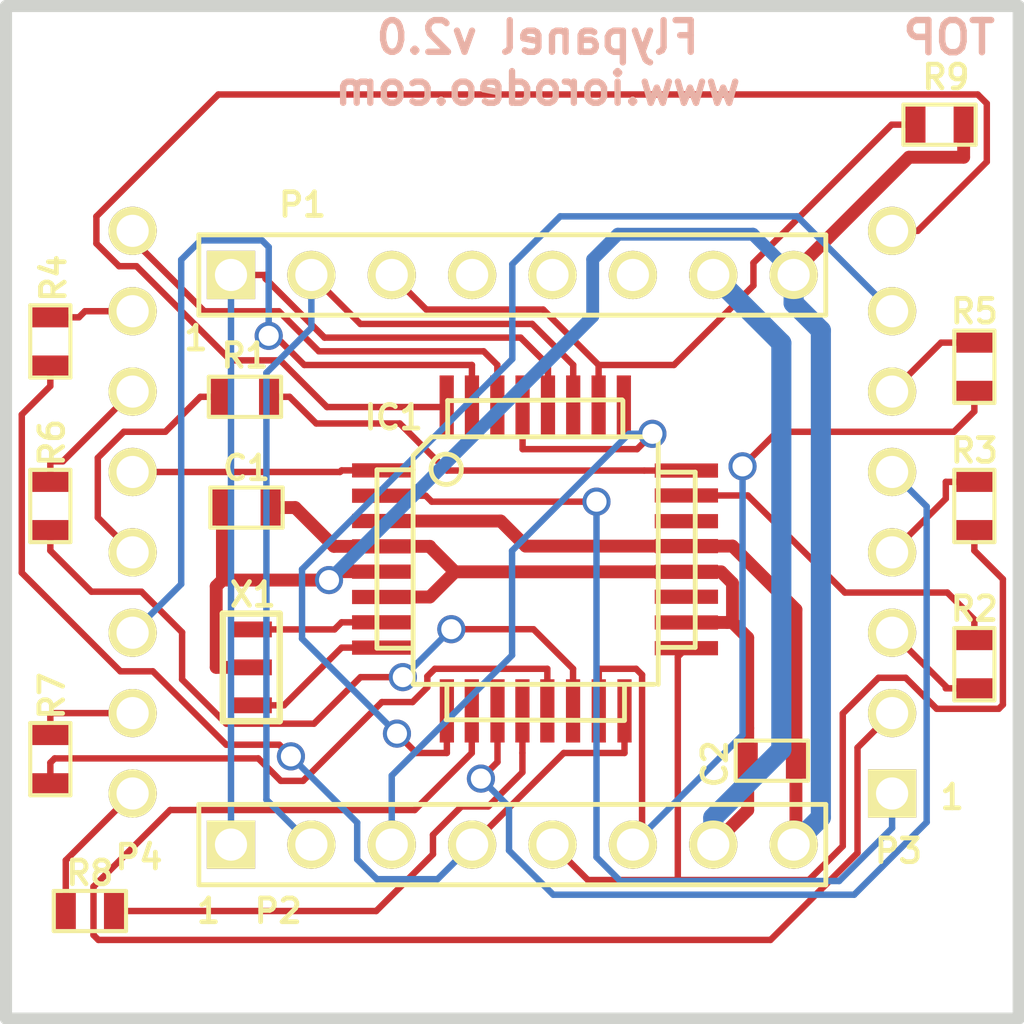
<source format=kicad_pcb>
(kicad_pcb (version 3) (host pcbnew "(2013-mar-13)-testing")

  (general
    (links 51)
    (no_connects 0)
    (area 99.809299 67.810379 132.191761 100.190301)
    (thickness 1.6002)
    (drawings 11)
    (tracks 284)
    (zones 0)
    (modules 16)
    (nets 39)
  )

  (page A4)
  (title_block
    (date "2 apr 2013")
  )

  (layers
    (15 Front signal)
    (0 Back signal)
    (16 B.Adhes user)
    (17 F.Adhes user)
    (18 B.Paste user)
    (19 F.Paste user)
    (20 B.SilkS user)
    (21 F.SilkS user)
    (22 B.Mask user)
    (23 F.Mask user)
    (24 Dwgs.User user)
    (25 Cmts.User user)
    (26 Eco1.User user)
    (27 Eco2.User user)
    (28 Edge.Cuts user)
  )

  (setup
    (last_trace_width 0.2032)
    (trace_clearance 0.2286)
    (zone_clearance 0.508)
    (zone_45_only no)
    (trace_min 0.2032)
    (segment_width 0.381)
    (edge_width 0.381)
    (via_size 0.889)
    (via_drill 0.635)
    (via_min_size 0.889)
    (via_min_drill 0.508)
    (uvia_size 0.508)
    (uvia_drill 0.127)
    (uvias_allowed no)
    (uvia_min_size 0.508)
    (uvia_min_drill 0.127)
    (pcb_text_width 0.3048)
    (pcb_text_size 1.524 2.032)
    (mod_edge_width 0.2032)
    (mod_text_size 1.524 1.524)
    (mod_text_width 0.1524)
    (pad_size 0.59944 1.99898)
    (pad_drill 0)
    (pad_to_mask_clearance 0.254)
    (aux_axis_origin 0 0)
    (visible_elements FFFFFF7F)
    (pcbplotparams
      (layerselection 284196865)
      (usegerberextensions true)
      (excludeedgelayer true)
      (linewidth 0.150000)
      (plotframeref false)
      (viasonmask false)
      (mode 1)
      (useauxorigin false)
      (hpglpennumber 1)
      (hpglpenspeed 20)
      (hpglpendiameter 15)
      (hpglpenoverlay 0)
      (psnegative false)
      (psa4output false)
      (plotreference true)
      (plotvalue true)
      (plotothertext true)
      (plotinvisibletext false)
      (padsonsilk false)
      (subtractmaskfromsilk false)
      (outputformat 1)
      (mirror false)
      (drillshape 1)
      (scaleselection 1)
      (outputdirectory gerber_v1p3/))
  )

  (net 0 "")
  (net 1 GND)
  (net 2 N-000001)
  (net 3 N-0000010)
  (net 4 N-0000011)
  (net 5 N-0000012)
  (net 6 N-0000013)
  (net 7 N-0000014)
  (net 8 N-0000015)
  (net 9 N-0000016)
  (net 10 N-0000017)
  (net 11 N-0000018)
  (net 12 N-0000019)
  (net 13 N-000002)
  (net 14 N-0000020)
  (net 15 N-0000021)
  (net 16 N-0000022)
  (net 17 N-0000023)
  (net 18 N-0000024)
  (net 19 N-0000025)
  (net 20 N-0000026)
  (net 21 N-0000027)
  (net 22 N-000003)
  (net 23 N-0000030)
  (net 24 N-0000031)
  (net 25 N-0000032)
  (net 26 N-0000033)
  (net 27 N-0000034)
  (net 28 N-0000035)
  (net 29 N-0000036)
  (net 30 N-0000037)
  (net 31 N-0000038)
  (net 32 N-000004)
  (net 33 N-000005)
  (net 34 N-000006)
  (net 35 N-000007)
  (net 36 N-000008)
  (net 37 N-000009)
  (net 38 VCC)

  (net_class Default "This is the default net class."
    (clearance 0.2286)
    (trace_width 0.2032)
    (via_dia 0.889)
    (via_drill 0.635)
    (uvia_dia 0.508)
    (uvia_drill 0.127)
    (add_net "")
    (add_net N-000001)
    (add_net N-0000010)
    (add_net N-0000011)
    (add_net N-0000012)
    (add_net N-0000013)
    (add_net N-0000014)
    (add_net N-0000015)
    (add_net N-0000016)
    (add_net N-0000017)
    (add_net N-0000018)
    (add_net N-0000019)
    (add_net N-000002)
    (add_net N-0000020)
    (add_net N-0000021)
    (add_net N-0000022)
    (add_net N-0000023)
    (add_net N-0000024)
    (add_net N-0000025)
    (add_net N-0000026)
    (add_net N-0000027)
    (add_net N-000003)
    (add_net N-0000030)
    (add_net N-0000031)
    (add_net N-0000032)
    (add_net N-0000033)
    (add_net N-0000034)
    (add_net N-0000035)
    (add_net N-0000036)
    (add_net N-0000037)
    (add_net N-0000038)
    (add_net N-000004)
    (add_net N-000005)
    (add_net N-000006)
    (add_net N-000007)
    (add_net N-000008)
    (add_net N-000009)
  )

  (net_class VCC ""
    (clearance 0.254)
    (trace_width 0.4064)
    (via_dia 0.889)
    (via_drill 0.635)
    (uvia_dia 0.508)
    (uvia_drill 0.127)
    (add_net GND)
    (add_net VCC)
  )

  (module SM0603   placed (layer Front) (tedit 5122DFFE) (tstamp 504E45C0)
    (at 129.5 71.75)
    (path /504A9F2F)
    (attr smd)
    (fp_text reference R9 (at 0.20066 -1.50114) (layer F.SilkS)
      (effects (font (size 0.7493 0.7493) (thickness 0.14986)))
    )
    (fp_text value 10K (at 0 0) (layer F.SilkS) hide
      (effects (font (size 0.7112 0.4572) (thickness 0.1143)))
    )
    (fp_line (start -1.143 -0.635) (end 1.143 -0.635) (layer F.SilkS) (width 0.127))
    (fp_line (start 1.143 -0.635) (end 1.143 0.635) (layer F.SilkS) (width 0.127))
    (fp_line (start 1.143 0.635) (end -1.143 0.635) (layer F.SilkS) (width 0.127))
    (fp_line (start -1.143 0.635) (end -1.143 -0.635) (layer F.SilkS) (width 0.127))
    (pad 1 smd rect (at -0.762 0) (size 0.635 1.143)
      (layers Front F.Paste F.Mask)
      (net 31 N-0000038)
    )
    (pad 2 smd rect (at 0.762 0) (size 0.635 1.143)
      (layers Front F.Paste F.Mask)
      (net 1 GND)
    )
    (model smd/chip_cms.wrl
      (at (xyz 0 0 0))
      (scale (xyz 0.08 0.08 0.08))
      (rotate (xyz 0 0 0))
    )
  )

  (module SM0603   placed (layer Front) (tedit 52125CF4) (tstamp 504FCB78)
    (at 102.65 96.6)
    (path /504A6150)
    (attr smd)
    (fp_text reference R8 (at 0 -1.2) (layer F.SilkS)
      (effects (font (size 0.7493 0.7493) (thickness 0.14986)))
    )
    (fp_text value 150 (at 0 0) (layer F.SilkS) hide
      (effects (font (size 0.7112 0.4572) (thickness 0.1143)))
    )
    (fp_line (start -1.143 -0.635) (end 1.143 -0.635) (layer F.SilkS) (width 0.127))
    (fp_line (start 1.143 -0.635) (end 1.143 0.635) (layer F.SilkS) (width 0.127))
    (fp_line (start 1.143 0.635) (end -1.143 0.635) (layer F.SilkS) (width 0.127))
    (fp_line (start -1.143 0.635) (end -1.143 -0.635) (layer F.SilkS) (width 0.127))
    (pad 1 smd rect (at -0.762 0) (size 0.635 1.143)
      (layers Front F.Paste F.Mask)
      (net 29 N-0000036)
    )
    (pad 2 smd rect (at 0.762 0) (size 0.635 1.143)
      (layers Front F.Paste F.Mask)
      (net 10 N-0000017)
    )
    (model smd/chip_cms.wrl
      (at (xyz 0 0 0))
      (scale (xyz 0.08 0.08 0.08))
      (rotate (xyz 0 0 0))
    )
  )

  (module SM0603   placed (layer Front) (tedit 52125CDE) (tstamp 51030CBE)
    (at 101.4 91.8 270)
    (path /504A6174)
    (attr smd)
    (fp_text reference R7 (at -2 -0.05 270) (layer F.SilkS)
      (effects (font (size 0.7493 0.7493) (thickness 0.14986)))
    )
    (fp_text value 150 (at 0 0 270) (layer F.SilkS) hide
      (effects (font (size 0.7112 0.4572) (thickness 0.1143)))
    )
    (fp_line (start -1.143 -0.635) (end 1.143 -0.635) (layer F.SilkS) (width 0.127))
    (fp_line (start 1.143 -0.635) (end 1.143 0.635) (layer F.SilkS) (width 0.127))
    (fp_line (start 1.143 0.635) (end -1.143 0.635) (layer F.SilkS) (width 0.127))
    (fp_line (start -1.143 0.635) (end -1.143 -0.635) (layer F.SilkS) (width 0.127))
    (pad 1 smd rect (at -0.762 0 270) (size 0.635 1.143)
      (layers Front F.Paste F.Mask)
      (net 36 N-000008)
    )
    (pad 2 smd rect (at 0.762 0 270) (size 0.635 1.143)
      (layers Front F.Paste F.Mask)
      (net 11 N-0000018)
    )
    (model smd/chip_cms.wrl
      (at (xyz 0 0 0))
      (scale (xyz 0.08 0.08 0.08))
      (rotate (xyz 0 0 0))
    )
  )

  (module SM0603   placed (layer Front) (tedit 52125C03) (tstamp 504E45BA)
    (at 101.4 83.8 270)
    (path /504A61B4)
    (attr smd)
    (fp_text reference R6 (at -2 -0.05 270) (layer F.SilkS)
      (effects (font (size 0.7493 0.7493) (thickness 0.14986)))
    )
    (fp_text value 150 (at 0 0 270) (layer F.SilkS) hide
      (effects (font (size 0.7112 0.4572) (thickness 0.1143)))
    )
    (fp_line (start -1.143 -0.635) (end 1.143 -0.635) (layer F.SilkS) (width 0.127))
    (fp_line (start 1.143 -0.635) (end 1.143 0.635) (layer F.SilkS) (width 0.127))
    (fp_line (start 1.143 0.635) (end -1.143 0.635) (layer F.SilkS) (width 0.127))
    (fp_line (start -1.143 0.635) (end -1.143 -0.635) (layer F.SilkS) (width 0.127))
    (pad 1 smd rect (at -0.762 0 270) (size 0.635 1.143)
      (layers Front F.Paste F.Mask)
      (net 30 N-0000037)
    )
    (pad 2 smd rect (at 0.762 0 270) (size 0.635 1.143)
      (layers Front F.Paste F.Mask)
      (net 9 N-0000016)
    )
    (model smd/chip_cms.wrl
      (at (xyz 0 0 0))
      (scale (xyz 0.08 0.08 0.08))
      (rotate (xyz 0 0 0))
    )
  )

  (module SM0603   placed (layer Front) (tedit 52125D0E) (tstamp 504E45B8)
    (at 130.6 79.4 270)
    (path /504A61B3)
    (attr smd)
    (fp_text reference R5 (at -1.75 0 360) (layer F.SilkS)
      (effects (font (size 0.7493 0.7493) (thickness 0.14986)))
    )
    (fp_text value 150 (at 0 0 270) (layer F.SilkS) hide
      (effects (font (size 0.7112 0.4572) (thickness 0.1143)))
    )
    (fp_line (start -1.143 -0.635) (end 1.143 -0.635) (layer F.SilkS) (width 0.127))
    (fp_line (start 1.143 -0.635) (end 1.143 0.635) (layer F.SilkS) (width 0.127))
    (fp_line (start 1.143 0.635) (end -1.143 0.635) (layer F.SilkS) (width 0.127))
    (fp_line (start -1.143 0.635) (end -1.143 -0.635) (layer F.SilkS) (width 0.127))
    (pad 1 smd rect (at -0.762 0 270) (size 0.635 1.143)
      (layers Front F.Paste F.Mask)
      (net 35 N-000007)
    )
    (pad 2 smd rect (at 0.762 0 270) (size 0.635 1.143)
      (layers Front F.Paste F.Mask)
      (net 3 N-0000010)
    )
    (model smd/chip_cms.wrl
      (at (xyz 0 0 0))
      (scale (xyz 0.08 0.08 0.08))
      (rotate (xyz 0 0 0))
    )
  )

  (module SM0603   placed (layer Front) (tedit 52125BEA) (tstamp 504E45B6)
    (at 101.4 78.6 270)
    (path /504A61B7)
    (attr smd)
    (fp_text reference R4 (at -2 -0.1 270) (layer F.SilkS)
      (effects (font (size 0.7493 0.7493) (thickness 0.14986)))
    )
    (fp_text value 150 (at 0 0 270) (layer F.SilkS) hide
      (effects (font (size 0.7112 0.4572) (thickness 0.1143)))
    )
    (fp_line (start -1.143 -0.635) (end 1.143 -0.635) (layer F.SilkS) (width 0.127))
    (fp_line (start 1.143 -0.635) (end 1.143 0.635) (layer F.SilkS) (width 0.127))
    (fp_line (start 1.143 0.635) (end -1.143 0.635) (layer F.SilkS) (width 0.127))
    (fp_line (start -1.143 0.635) (end -1.143 -0.635) (layer F.SilkS) (width 0.127))
    (pad 1 smd rect (at -0.762 0 270) (size 0.635 1.143)
      (layers Front F.Paste F.Mask)
      (net 33 N-000005)
    )
    (pad 2 smd rect (at 0.762 0 270) (size 0.635 1.143)
      (layers Front F.Paste F.Mask)
      (net 37 N-000009)
    )
    (model smd/chip_cms.wrl
      (at (xyz 0 0 0))
      (scale (xyz 0.08 0.08 0.08))
      (rotate (xyz 0 0 0))
    )
  )

  (module SM0603   placed (layer Front) (tedit 52125D06) (tstamp 504E45B4)
    (at 130.6 83.8 270)
    (path /504A61B8)
    (attr smd)
    (fp_text reference R3 (at -1.75 0 360) (layer F.SilkS)
      (effects (font (size 0.7493 0.7493) (thickness 0.14986)))
    )
    (fp_text value 150 (at 0 0 270) (layer F.SilkS) hide
      (effects (font (size 0.7112 0.4572) (thickness 0.1143)))
    )
    (fp_line (start -1.143 -0.635) (end 1.143 -0.635) (layer F.SilkS) (width 0.127))
    (fp_line (start 1.143 -0.635) (end 1.143 0.635) (layer F.SilkS) (width 0.127))
    (fp_line (start 1.143 0.635) (end -1.143 0.635) (layer F.SilkS) (width 0.127))
    (fp_line (start -1.143 0.635) (end -1.143 -0.635) (layer F.SilkS) (width 0.127))
    (pad 1 smd rect (at -0.762 0 270) (size 0.635 1.143)
      (layers Front F.Paste F.Mask)
      (net 32 N-000004)
    )
    (pad 2 smd rect (at 0.762 0 270) (size 0.635 1.143)
      (layers Front F.Paste F.Mask)
      (net 28 N-0000035)
    )
    (model smd/chip_cms.wrl
      (at (xyz 0 0 0))
      (scale (xyz 0.08 0.08 0.08))
      (rotate (xyz 0 0 0))
    )
  )

  (module SM0603   placed (layer Front) (tedit 52125CD5) (tstamp 5052666E)
    (at 130.6 88.8 90)
    (path /504A8490)
    (attr smd)
    (fp_text reference R2 (at 1.75 0 180) (layer F.SilkS)
      (effects (font (size 0.7493 0.7493) (thickness 0.14986)))
    )
    (fp_text value 150 (at 0 0 90) (layer F.SilkS) hide
      (effects (font (size 0.7112 0.4572) (thickness 0.1143)))
    )
    (fp_line (start -1.143 -0.635) (end 1.143 -0.635) (layer F.SilkS) (width 0.127))
    (fp_line (start 1.143 -0.635) (end 1.143 0.635) (layer F.SilkS) (width 0.127))
    (fp_line (start 1.143 0.635) (end -1.143 0.635) (layer F.SilkS) (width 0.127))
    (fp_line (start -1.143 0.635) (end -1.143 -0.635) (layer F.SilkS) (width 0.127))
    (pad 1 smd rect (at -0.762 0 90) (size 0.635 1.143)
      (layers Front F.Paste F.Mask)
      (net 34 N-000006)
    )
    (pad 2 smd rect (at 0.762 0 90) (size 0.635 1.143)
      (layers Front F.Paste F.Mask)
      (net 8 N-0000015)
    )
    (model smd/chip_cms.wrl
      (at (xyz 0 0 0))
      (scale (xyz 0.08 0.08 0.08))
      (rotate (xyz 0 0 0))
    )
  )

  (module SM0603   placed (layer Front) (tedit 52125C70) (tstamp 504E45B0)
    (at 107.55 80.35)
    (path /504A848F)
    (attr smd)
    (fp_text reference R1 (at 0 -1.3) (layer F.SilkS)
      (effects (font (size 0.7493 0.7493) (thickness 0.14986)))
    )
    (fp_text value 150 (at 0 0) (layer F.SilkS) hide
      (effects (font (size 0.7112 0.4572) (thickness 0.1143)))
    )
    (fp_line (start -1.143 -0.635) (end 1.143 -0.635) (layer F.SilkS) (width 0.127))
    (fp_line (start 1.143 -0.635) (end 1.143 0.635) (layer F.SilkS) (width 0.127))
    (fp_line (start 1.143 0.635) (end -1.143 0.635) (layer F.SilkS) (width 0.127))
    (fp_line (start -1.143 0.635) (end -1.143 -0.635) (layer F.SilkS) (width 0.127))
    (pad 1 smd rect (at -0.762 0) (size 0.635 1.143)
      (layers Front F.Paste F.Mask)
      (net 16 N-0000022)
    )
    (pad 2 smd rect (at 0.762 0) (size 0.635 1.143)
      (layers Front F.Paste F.Mask)
      (net 7 N-0000014)
    )
    (model smd/chip_cms.wrl
      (at (xyz 0 0 0))
      (scale (xyz 0.08 0.08 0.08))
      (rotate (xyz 0 0 0))
    )
  )

  (module TQFP32   placed (layer Front) (tedit 5122E102) (tstamp 504A5F2E)
    (at 116.75 85.5)
    (path /521254CA)
    (fp_text reference IC1 (at -4.50088 -4.50088) (layer F.SilkS)
      (effects (font (size 0.7493 0.7493) (thickness 0.14986)))
    )
    (fp_text value ATMEGA328-A (at -0.39878 7.0993) (layer F.SilkS) hide
      (effects (font (size 1.27 1.016) (thickness 0.2032)))
    )
    (fp_line (start 5.0292 2.7686) (end 3.8862 2.7686) (layer F.SilkS) (width 0.1524))
    (fp_line (start 5.0292 -2.7686) (end 3.9116 -2.7686) (layer F.SilkS) (width 0.1524))
    (fp_line (start 5.0292 2.7686) (end 5.0292 -2.7686) (layer F.SilkS) (width 0.1524))
    (fp_line (start 2.794 3.9624) (end 2.794 5.0546) (layer F.SilkS) (width 0.1524))
    (fp_line (start -2.8194 3.9878) (end -2.8194 5.0546) (layer F.SilkS) (width 0.1524))
    (fp_line (start -2.8448 5.0546) (end 2.794 5.08) (layer F.SilkS) (width 0.1524))
    (fp_line (start -2.794 -5.0292) (end 2.7178 -5.0546) (layer F.SilkS) (width 0.1524))
    (fp_line (start -3.8862 -3.2766) (end -3.8862 3.9116) (layer F.SilkS) (width 0.1524))
    (fp_line (start 2.7432 -5.0292) (end 2.7432 -3.9878) (layer F.SilkS) (width 0.1524))
    (fp_line (start -3.2512 -3.8862) (end 3.81 -3.8862) (layer F.SilkS) (width 0.1524))
    (fp_line (start 3.8608 3.937) (end 3.8608 -3.7846) (layer F.SilkS) (width 0.1524))
    (fp_line (start -3.8862 3.937) (end 3.7338 3.937) (layer F.SilkS) (width 0.1524))
    (fp_line (start -5.0292 -2.8448) (end -5.0292 2.794) (layer F.SilkS) (width 0.1524))
    (fp_line (start -5.0292 2.794) (end -3.8862 2.794) (layer F.SilkS) (width 0.1524))
    (fp_line (start -3.87604 -3.302) (end -3.29184 -3.8862) (layer F.SilkS) (width 0.1524))
    (fp_line (start -5.02412 -2.8448) (end -3.87604 -2.8448) (layer F.SilkS) (width 0.1524))
    (fp_line (start -2.794 -3.8862) (end -2.794 -5.03428) (layer F.SilkS) (width 0.1524))
    (fp_circle (center -2.83972 -2.86004) (end -2.43332 -2.60604) (layer F.SilkS) (width 0.1524))
    (pad 8 smd rect (at -4.81584 2.77622) (size 1.99898 0.44958)
      (layers Front F.Paste F.Mask)
      (net 4 N-0000011)
    )
    (pad 7 smd rect (at -4.81584 1.97612) (size 1.99898 0.44958)
      (layers Front F.Paste F.Mask)
      (net 18 N-0000024)
    )
    (pad 6 smd rect (at -4.81584 1.17602) (size 1.99898 0.44958)
      (layers Front F.Paste F.Mask)
      (net 38 VCC)
    )
    (pad 5 smd rect (at -4.81584 0.37592) (size 1.99898 0.44958)
      (layers Front F.Paste F.Mask)
      (net 1 GND)
    )
    (pad 4 smd rect (at -4.81584 -0.42418) (size 1.99898 0.44958)
      (layers Front F.Paste F.Mask)
      (net 38 VCC)
    )
    (pad 3 smd rect (at -4.81584 -1.22428) (size 1.99898 0.44958)
      (layers Front F.Paste F.Mask)
      (net 1 GND)
    )
    (pad 2 smd rect (at -4.81584 -2.02438) (size 1.99898 0.44958)
      (layers Front F.Paste F.Mask)
      (net 14 N-0000020)
    )
    (pad 1 smd rect (at -4.81584 -2.82448) (size 1.99898 0.44958)
      (layers Front F.Paste F.Mask)
      (net 23 N-0000030)
    )
    (pad 24 smd rect (at 4.7498 -2.8194) (size 1.99898 0.44958)
      (layers Front F.Paste F.Mask)
      (net 7 N-0000014)
    )
    (pad 17 smd rect (at 4.7498 2.794) (size 1.99898 0.44958)
      (layers Front F.Paste F.Mask)
      (net 28 N-0000035)
    )
    (pad 18 smd rect (at 4.7498 1.9812) (size 1.99898 0.44958)
      (layers Front F.Paste F.Mask)
      (net 38 VCC)
    )
    (pad 19 smd rect (at 4.7498 1.1684) (size 1.99898 0.44958)
      (layers Front F.Paste F.Mask)
      (net 21 N-0000027)
    )
    (pad 20 smd rect (at 4.7498 0.381) (size 1.99898 0.44958)
      (layers Front F.Paste F.Mask)
      (net 38 VCC)
    )
    (pad 21 smd rect (at 4.7498 -0.4318) (size 1.99898 0.44958)
      (layers Front F.Paste F.Mask)
      (net 1 GND)
    )
    (pad 22 smd rect (at 4.7498 -1.2192) (size 1.99898 0.44958)
      (layers Front F.Paste F.Mask)
      (net 20 N-0000026)
    )
    (pad 23 smd rect (at 4.7498 -2.032) (size 1.99898 0.44958)
      (layers Front F.Paste F.Mask)
      (net 8 N-0000015)
    )
    (pad 32 smd rect (at -2.82448 -4.826) (size 0.44958 1.99898)
      (layers Front F.Paste F.Mask)
      (net 12 N-0000019)
    )
    (pad 31 smd rect (at -2.02692 -4.826) (size 0.44958 1.99898)
      (layers Front F.Paste F.Mask)
      (net 13 N-000002)
    )
    (pad 30 smd rect (at -1.22428 -4.826) (size 0.44958 1.99898)
      (layers Front F.Paste F.Mask)
      (net 6 N-0000013)
    )
    (pad 29 smd rect (at -0.42672 -4.826) (size 0.44958 1.99898)
      (layers Front F.Paste F.Mask)
      (net 2 N-000001)
    )
    (pad 28 smd rect (at 0.37592 -4.826) (size 0.44958 1.99898)
      (layers Front F.Paste F.Mask)
      (net 17 N-0000023)
    )
    (pad 27 smd rect (at 1.17348 -4.826) (size 0.44958 1.99898)
      (layers Front F.Paste F.Mask)
      (net 27 N-0000034)
    )
    (pad 26 smd rect (at 1.97612 -4.826) (size 0.44958 1.99898)
      (layers Front F.Paste F.Mask)
      (net 31 N-0000038)
    )
    (pad 25 smd rect (at 2.77368 -4.826) (size 0.44958 1.99898)
      (layers Front F.Paste F.Mask)
      (net 5 N-0000012)
    )
    (pad 9 smd rect (at -2.8194 4.7752) (size 0.44958 1.99898)
      (layers Front F.Paste F.Mask)
      (net 19 N-0000025)
    )
    (pad 10 smd rect (at -2.032 4.7752) (size 0.44958 1.99898)
      (layers Front F.Paste F.Mask)
      (net 15 N-0000021)
    )
    (pad 11 smd rect (at -1.2192 4.7752) (size 0.44958 1.99898)
      (layers Front F.Paste F.Mask)
      (net 22 N-000003)
    )
    (pad 12 smd rect (at -0.4318 4.7752) (size 0.44958 1.99898)
      (layers Front F.Paste F.Mask)
      (net 10 N-0000017)
    )
    (pad 13 smd rect (at 0.3556 4.7752) (size 0.44958 1.99898)
      (layers Front F.Paste F.Mask)
      (net 11 N-0000018)
    )
    (pad 14 smd rect (at 1.1684 4.7752) (size 0.44958 1.99898)
      (layers Front F.Paste F.Mask)
      (net 9 N-0000016)
    )
    (pad 15 smd rect (at 1.9812 4.7752) (size 0.44958 1.99898)
      (layers Front F.Paste F.Mask)
      (net 3 N-0000010)
    )
    (pad 16 smd rect (at 2.794 4.7752) (size 0.44958 1.99898)
      (layers Front F.Paste F.Mask)
      (net 37 N-000009)
    )
    (model smd/tqfp32.wrl
      (at (xyz 0 0 0))
      (scale (xyz 1 1 1))
      (rotate (xyz 0 0 0))
    )
  )

  (module LED_8x8 (layer Front) (tedit 5102FDA6) (tstamp 504E479F)
    (at 115.999 83.9978)
    (descr "LED 8x8 Matrix w/ 8x1 Peel-A-Way connectors (terminal type 210)")
    (tags LED)
    (path /504A5C6B)
    (fp_text reference MATRIX1 (at 0.9906 -10.9474) (layer F.SilkS) hide
      (effects (font (size 0.7493 0.7493) (thickness 0.14986)))
    )
    (fp_text value LED_8X8 (at 0 3.302) (layer F.SilkS) hide
      (effects (font (size 1.016 1.016) (thickness 0.2032)))
    )
    (fp_line (start -15.99946 -15.99946) (end 15.99946 -15.99946) (layer Dwgs.User) (width 0.3048))
    (fp_line (start 15.99946 -15.99946) (end 15.99946 15.99946) (layer Dwgs.User) (width 0.3048))
    (fp_line (start 15.99946 15.99946) (end -15.99946 15.99946) (layer Dwgs.User) (width 0.3048))
    (fp_line (start -15.99946 15.99946) (end -15.99946 -15.99946) (layer Dwgs.User) (width 0.3048))
    (fp_line (start -10.72896 -9.90854) (end -10.72896 9.90346) (layer Dwgs.User) (width 0.3048))
    (fp_line (start -13.26896 9.90346) (end -13.26896 -9.90854) (layer Dwgs.User) (width 0.3048))
    (fp_line (start -13.26896 9.90346) (end -10.72896 9.90346) (layer Dwgs.User) (width 0.3048))
    (fp_line (start -13.26896 -9.90854) (end -10.72896 -9.90854) (layer Dwgs.User) (width 0.3048))
    (fp_line (start 10.7315 -9.90854) (end 13.2715 -9.90854) (layer Dwgs.User) (width 0.3048))
    (fp_line (start 10.7315 9.90346) (end 13.2715 9.90346) (layer Dwgs.User) (width 0.3048))
    (fp_line (start 10.7315 9.90346) (end 10.7315 -9.90854) (layer Dwgs.User) (width 0.3048))
    (fp_line (start 13.2715 -9.90854) (end 13.2715 9.90346) (layer Dwgs.User) (width 0.3048))
    (pad 9 thru_hole circle (at -11.99896 -8.89254 90) (size 1.524 1.524) (drill 1.016)
      (layers *.Cu *.Mask F.SilkS)
      (net 6 N-0000013)
    )
    (pad 10 thru_hole circle (at -11.99896 -6.35254 90) (size 1.524 1.524) (drill 1.016)
      (layers *.Cu *.Mask F.SilkS)
      (net 33 N-000005)
    )
    (pad 11 thru_hole circle (at -11.99896 -3.81254 90) (size 1.524 1.524) (drill 1.016)
      (layers *.Cu *.Mask F.SilkS)
      (net 30 N-0000037)
    )
    (pad 12 thru_hole circle (at -11.99896 -1.27254 90) (size 1.524 1.524) (drill 1.016)
      (layers *.Cu *.Mask F.SilkS)
      (net 23 N-0000030)
    )
    (pad 13 thru_hole circle (at -11.99896 1.26746 90) (size 1.524 1.524) (drill 1.016)
      (layers *.Cu *.Mask F.SilkS)
      (net 16 N-0000022)
    )
    (pad 14 thru_hole circle (at -11.99896 3.80746 90) (size 1.524 1.524) (drill 1.016)
      (layers *.Cu *.Mask F.SilkS)
      (net 13 N-000002)
    )
    (pad 15 thru_hole circle (at -11.99896 6.34746 90) (size 1.524 1.524) (drill 1.016)
      (layers *.Cu *.Mask F.SilkS)
      (net 36 N-000008)
    )
    (pad 16 thru_hole circle (at -11.99896 8.88746) (size 1.524 1.524) (drill 1.016)
      (layers *.Cu *.Mask F.SilkS)
      (net 29 N-0000036)
    )
    (pad 1 thru_hole rect (at 12.0015 8.88746) (size 1.524 1.524) (drill 1.016)
      (layers *.Cu *.Mask F.SilkS)
      (net 14 N-0000020)
    )
    (pad 2 thru_hole circle (at 12.0015 6.34746 90) (size 1.524 1.524) (drill 1.016)
      (layers *.Cu *.Mask F.SilkS)
      (net 15 N-0000021)
    )
    (pad 3 thru_hole circle (at 12.0015 3.80746 90) (size 1.524 1.524) (drill 1.016)
      (layers *.Cu *.Mask F.SilkS)
      (net 34 N-000006)
    )
    (pad 4 thru_hole circle (at 12.0015 1.26746 90) (size 1.524 1.524) (drill 1.016)
      (layers *.Cu *.Mask F.SilkS)
      (net 32 N-000004)
    )
    (pad 5 thru_hole circle (at 12.0015 -1.27254 90) (size 1.524 1.524) (drill 1.016)
      (layers *.Cu *.Mask F.SilkS)
      (net 22 N-000003)
    )
    (pad 6 thru_hole circle (at 12.0015 -3.81254 90) (size 1.524 1.524) (drill 1.016)
      (layers *.Cu *.Mask F.SilkS)
      (net 35 N-000007)
    )
    (pad 7 thru_hole circle (at 12.0015 -6.35254 90) (size 1.524 1.524) (drill 1.016)
      (layers *.Cu *.Mask F.SilkS)
      (net 19 N-0000025)
    )
    (pad 8 thru_hole circle (at 12.0015 -8.89254 90) (size 1.524 1.524) (drill 1.016)
      (layers *.Cu *.Mask F.SilkS)
      (net 12 N-0000019)
    )
  )

  (module SM0603 (layer Front) (tedit 52125C96) (tstamp 504FBC90)
    (at 124.2 91.85)
    (path /504FBC27)
    (attr smd)
    (fp_text reference C2 (at -1.8 0.1 90) (layer F.SilkS)
      (effects (font (size 0.7493 0.7493) (thickness 0.14986)))
    )
    (fp_text value 0.1uF (at 0 0) (layer F.SilkS) hide
      (effects (font (size 0.7112 0.4572) (thickness 0.1143)))
    )
    (fp_line (start -1.143 -0.635) (end 1.143 -0.635) (layer F.SilkS) (width 0.127))
    (fp_line (start 1.143 -0.635) (end 1.143 0.635) (layer F.SilkS) (width 0.127))
    (fp_line (start 1.143 0.635) (end -1.143 0.635) (layer F.SilkS) (width 0.127))
    (fp_line (start -1.143 0.635) (end -1.143 -0.635) (layer F.SilkS) (width 0.127))
    (pad 1 smd rect (at -0.762 0) (size 0.635 1.143)
      (layers Front F.Paste F.Mask)
      (net 38 VCC)
    )
    (pad 2 smd rect (at 0.762 0) (size 0.635 1.143)
      (layers Front F.Paste F.Mask)
      (net 1 GND)
    )
    (model smd/chip_cms.wrl
      (at (xyz 0 0 0))
      (scale (xyz 0.08 0.08 0.08))
      (rotate (xyz 0 0 0))
    )
  )

  (module SM0603 (layer Front) (tedit 52125C5F) (tstamp 510305CF)
    (at 107.6 83.85 180)
    (path /504E3A3D)
    (attr smd)
    (fp_text reference C1 (at 0 1.25 180) (layer F.SilkS)
      (effects (font (size 0.7493 0.7493) (thickness 0.14986)))
    )
    (fp_text value 0.1uF (at 0 0 180) (layer F.SilkS) hide
      (effects (font (size 0.7112 0.4572) (thickness 0.1143)))
    )
    (fp_line (start -1.143 -0.635) (end 1.143 -0.635) (layer F.SilkS) (width 0.127))
    (fp_line (start 1.143 -0.635) (end 1.143 0.635) (layer F.SilkS) (width 0.127))
    (fp_line (start 1.143 0.635) (end -1.143 0.635) (layer F.SilkS) (width 0.127))
    (fp_line (start -1.143 0.635) (end -1.143 -0.635) (layer F.SilkS) (width 0.127))
    (pad 1 smd rect (at -0.762 0 180) (size 0.635 1.143)
      (layers Front F.Paste F.Mask)
      (net 38 VCC)
    )
    (pad 2 smd rect (at 0.762 0 180) (size 0.635 1.143)
      (layers Front F.Paste F.Mask)
      (net 1 GND)
    )
    (model smd/chip_cms.wrl
      (at (xyz 0 0 0))
      (scale (xyz 0.08 0.08 0.08))
      (rotate (xyz 0 0 0))
    )
  )

  (module CONN_8x1 (layer Front) (tedit 5102FA44) (tstamp 504F7B00)
    (at 115.999 76.4997)
    (descr "Pin connector 8x1")
    (tags CONN)
    (path /504A999C)
    (fp_text reference P1 (at -6.6294 -2.21996) (layer F.SilkS)
      (effects (font (size 0.7493 0.7493) (thickness 0.14986)))
    )
    (fp_text value CONN_8 (at 0 3.302) (layer F.SilkS) hide
      (effects (font (size 1.016 1.016) (thickness 0.2032)))
    )
    (fp_line (start 9.906 -1.27) (end 9.906 1.27) (layer F.SilkS) (width 0.1524))
    (fp_line (start -9.906 -1.27) (end -9.906 1.27) (layer F.SilkS) (width 0.1524))
    (fp_line (start -9.906 -1.27) (end 9.906 -1.27) (layer F.SilkS) (width 0.1524))
    (fp_line (start 9.906 1.27) (end -9.906 1.27) (layer F.SilkS) (width 0.1524))
    (pad 1 thru_hole rect (at -8.89 0) (size 1.524 1.524) (drill 1.016)
      (layers *.Cu *.Mask F.SilkS)
      (net 17 N-0000023)
    )
    (pad 2 thru_hole circle (at -6.35 0) (size 1.524 1.524) (drill 1.016)
      (layers *.Cu *.Mask F.SilkS)
      (net 27 N-0000034)
    )
    (pad 3 thru_hole circle (at -3.81 0) (size 1.524 1.524) (drill 1.016)
      (layers *.Cu *.Mask F.SilkS)
      (net 31 N-0000038)
    )
    (pad 4 thru_hole circle (at -1.27 0) (size 1.524 1.524) (drill 1.016)
      (layers *.Cu *.Mask F.SilkS)
      (net 26 N-0000033)
    )
    (pad 5 thru_hole circle (at 1.27 0) (size 1.524 1.524) (drill 1.016)
      (layers *.Cu *.Mask F.SilkS)
      (net 25 N-0000032)
    )
    (pad 6 thru_hole circle (at 3.81 0) (size 1.524 1.524) (drill 1.016)
      (layers *.Cu *.Mask F.SilkS)
      (net 24 N-0000031)
    )
    (pad 7 thru_hole circle (at 6.35 0) (size 1.524 1.524) (drill 1.016)
      (layers *.Cu *.Mask F.SilkS)
      (net 38 VCC)
    )
    (pad 8 thru_hole circle (at 8.89 0) (size 1.524 1.524) (drill 1.016)
      (layers *.Cu *.Mask F.SilkS)
      (net 1 GND)
    )
  )

  (module CONN_8x1 (layer Front) (tedit 51266B9A) (tstamp 504F6879)
    (at 115.999 94.5007)
    (descr "Pin connector 8x1")
    (tags CONN)
    (path /504A9C94)
    (fp_text reference P2 (at -7.39902 2.09804) (layer F.SilkS)
      (effects (font (size 0.7493 0.7493) (thickness 0.14986)))
    )
    (fp_text value CONN_8 (at 0 3.302) (layer F.SilkS) hide
      (effects (font (size 1.016 1.016) (thickness 0.2032)))
    )
    (fp_line (start 9.906 -1.27) (end 9.906 1.27) (layer F.SilkS) (width 0.1524))
    (fp_line (start -9.906 -1.27) (end -9.906 1.27) (layer F.SilkS) (width 0.1524))
    (fp_line (start -9.906 -1.27) (end 9.906 -1.27) (layer F.SilkS) (width 0.1524))
    (fp_line (start 9.906 1.27) (end -9.906 1.27) (layer F.SilkS) (width 0.1524))
    (pad 1 thru_hole rect (at -8.89 0) (size 1.524 1.524) (drill 1.016)
      (layers *.Cu *.Mask F.SilkS)
      (net 17 N-0000023)
    )
    (pad 2 thru_hole circle (at -6.35 0) (size 1.524 1.524) (drill 1.016)
      (layers *.Cu *.Mask F.SilkS)
      (net 27 N-0000034)
    )
    (pad 3 thru_hole circle (at -3.81 0) (size 1.524 1.524) (drill 1.016)
      (layers *.Cu *.Mask F.SilkS)
      (net 2 N-000001)
    )
    (pad 4 thru_hole circle (at -1.27 0) (size 1.524 1.524) (drill 1.016)
      (layers *.Cu *.Mask F.SilkS)
      (net 37 N-000009)
    )
    (pad 5 thru_hole circle (at 1.27 0) (size 1.524 1.524) (drill 1.016)
      (layers *.Cu *.Mask F.SilkS)
      (net 28 N-0000035)
    )
    (pad 6 thru_hole circle (at 3.81 0) (size 1.524 1.524) (drill 1.016)
      (layers *.Cu *.Mask F.SilkS)
      (net 3 N-0000010)
    )
    (pad 7 thru_hole circle (at 6.35 0) (size 1.524 1.524) (drill 1.016)
      (layers *.Cu *.Mask F.SilkS)
      (net 38 VCC)
    )
    (pad 8 thru_hole circle (at 8.89 0) (size 1.524 1.524) (drill 1.016)
      (layers *.Cu *.Mask F.SilkS)
      (net 1 GND)
    )
  )

  (module XZL_CR (layer Front) (tedit 52125CB1) (tstamp 5102F859)
    (at 107.75 88.9 270)
    (tags "Resonator, Ceramic")
    (path /504E3C39)
    (fp_text reference X1 (at -2.3 -0.05 360) (layer F.SilkS)
      (effects (font (size 0.7493 0.7493) (thickness 0.14986)))
    )
    (fp_text value CER_RESO (at 0.8001 2.4003 270) (layer F.SilkS) hide
      (effects (font (size 1.27 1.27) (thickness 0.2032)))
    )
    (fp_line (start -1.69926 -0.89916) (end 1.69926 -0.89916) (layer F.SilkS) (width 0.2032))
    (fp_line (start 1.69926 -0.89916) (end 1.69926 0.89916) (layer F.SilkS) (width 0.2032))
    (fp_line (start 1.69926 0.89916) (end -1.69926 0.89916) (layer F.SilkS) (width 0.2032))
    (fp_line (start -1.69926 0.89916) (end -1.69926 -0.89916) (layer F.SilkS) (width 0.2032))
    (pad 2 smd rect (at 0 0 270) (size 0.50038 1.30048)
      (layers Front F.Paste F.Mask)
      (net 1 GND)
    )
    (pad 3 smd rect (at 1.19888 0 270) (size 0.50038 1.30048)
      (layers Front F.Paste F.Mask)
      (net 4 N-0000011)
    )
    (pad 1 smd rect (at -1.19888 0 270) (size 0.50038 1.30048)
      (layers Front F.Paste F.Mask)
      (net 18 N-0000024)
    )
  )

  (gr_text P3 (at 128.20142 94.70136) (layer F.SilkS)
    (effects (font (size 0.7493 0.7493) (thickness 0.14986)))
  )
  (gr_text P4 (at 104.20096 94.89948) (layer F.SilkS)
    (effects (font (size 0.7493 0.7493) (thickness 0.14986)))
  )
  (gr_text 1 (at 106.4006 96.59874) (layer F.SilkS)
    (effects (font (size 0.7493 0.7493) (thickness 0.14986)))
  )
  (gr_text 1 (at 129.90068 92.99956) (layer F.SilkS)
    (effects (font (size 0.7493 0.7493) (thickness 0.14986)))
  )
  (gr_text 1 (at 106 78.5) (layer F.SilkS)
    (effects (font (size 0.7493 0.7493) (thickness 0.14986)))
  )
  (gr_text TOP (at 129.8 69) (layer B.SilkS)
    (effects (font (size 1.016 1.016) (thickness 0.2032)) (justify mirror))
  )
  (gr_line (start 132.00126 99.9998) (end 99.9998 99.9998) (angle 90) (layer Edge.Cuts) (width 0.381))
  (gr_line (start 132.00126 68.00088) (end 132.00126 99.9998) (angle 90) (layer Edge.Cuts) (width 0.381))
  (gr_line (start 99.9998 68.00088) (end 132.00126 68.00088) (angle 90) (layer Edge.Cuts) (width 0.381))
  (gr_line (start 99.9998 99.9998) (end 99.9998 68.00088) (angle 90) (layer Edge.Cuts) (width 0.381))
  (gr_text "Flypanel v2.0\nwww.iorodeo.com" (at 116.8 69.8) (layer B.SilkS)
    (effects (font (size 1.00076 1.00076) (thickness 0.20066)) (justify mirror))
  )

  (via (at 110.2064 86.1413) (size 0.889) (layers Front Back) (net 1))
  (segment (start 124.962 94.4277) (end 124.962 91.85) (width 0.4064) (layer Front) (net 1))
  (segment (start 124.889 94.5007) (end 124.962 94.4277) (width 0.4064) (layer Front) (net 1))
  (segment (start 107.75 88.9) (end 106.6423 88.9) (width 0.4064) (layer Front) (net 1))
  (segment (start 106.838 83.85) (end 106.838 84.879) (width 0.4064) (layer Front) (net 1))
  (segment (start 124.962 87.0734) (end 124.962 91.85) (width 0.4064) (layer Front) (net 1))
  (segment (start 122.9568 85.0682) (end 124.962 87.0734) (width 0.4064) (layer Front) (net 1))
  (segment (start 121.4998 85.0682) (end 122.9568 85.0682) (width 0.4064) (layer Front) (net 1))
  (segment (start 125.75 93.64) (end 124.889 94.5007) (width 0.635) (layer Back) (net 1))
  (segment (start 125.75 78.25) (end 125.75 93.64) (width 0.635) (layer Back) (net 1))
  (segment (start 124.889 77.3893) (end 125.75 78.25) (width 0.635) (layer Back) (net 1))
  (segment (start 124.889 76.4997) (end 124.889 77.3893) (width 0.635) (layer Back) (net 1))
  (segment (start 111.9342 85.8759) (end 110.4772 85.8759) (width 0.4064) (layer Front) (net 1))
  (segment (start 106.838 86.1413) (end 106.838 84.879) (width 0.4064) (layer Front) (net 1))
  (segment (start 106.6423 86.337) (end 106.6423 88.9) (width 0.4064) (layer Front) (net 1))
  (segment (start 106.838 86.1413) (end 106.6423 86.337) (width 0.4064) (layer Front) (net 1))
  (segment (start 110.2118 86.1413) (end 110.2064 86.1413) (width 0.4064) (layer Front) (net 1))
  (segment (start 110.4772 85.8759) (end 110.2118 86.1413) (width 0.4064) (layer Front) (net 1))
  (segment (start 110.2064 86.1413) (end 106.838 86.1413) (width 0.4064) (layer Front) (net 1))
  (segment (start 118.539 77.8087) (end 110.2064 86.1413) (width 0.4064) (layer Back) (net 1))
  (segment (start 118.539 76.0082) (end 118.539 77.8087) (width 0.4064) (layer Back) (net 1))
  (segment (start 119.3353 75.2119) (end 118.539 76.0082) (width 0.4064) (layer Back) (net 1))
  (segment (start 123.6012 75.2119) (end 119.3353 75.2119) (width 0.4064) (layer Back) (net 1))
  (segment (start 124.889 76.4997) (end 123.6012 75.2119) (width 0.4064) (layer Back) (net 1))
  (segment (start 128.534 72.779) (end 130.262 72.779) (width 0.4064) (layer Front) (net 1))
  (segment (start 124.889 76.424) (end 128.534 72.779) (width 0.4064) (layer Front) (net 1))
  (segment (start 124.889 76.4997) (end 124.889 76.424) (width 0.4064) (layer Front) (net 1))
  (segment (start 130.262 71.75) (end 130.262 72.779) (width 0.4064) (layer Front) (net 1))
  (segment (start 116.4228 85.0682) (end 121.4998 85.0682) (width 0.4064) (layer Front) (net 1))
  (segment (start 115.6303 84.2757) (end 116.4228 85.0682) (width 0.4064) (layer Front) (net 1))
  (segment (start 111.9342 84.2757) (end 115.6303 84.2757) (width 0.4064) (layer Front) (net 1))
  (via (at 120.4262 81.5199) (size 0.889) (layers Front Back) (net 2))
  (segment (start 116.3233 80.674) (end 116.3233 82.004) (width 0.2032) (layer Front) (net 2))
  (segment (start 119.6856 81.5199) (end 120.4262 81.5199) (width 0.2032) (layer Back) (net 2))
  (segment (start 115.9908 85.2147) (end 119.6856 81.5199) (width 0.2032) (layer Back) (net 2))
  (segment (start 115.9908 88.5175) (end 115.9908 85.2147) (width 0.2032) (layer Back) (net 2))
  (segment (start 112.189 92.3193) (end 115.9908 88.5175) (width 0.2032) (layer Back) (net 2))
  (segment (start 112.189 94.5007) (end 112.189 92.3193) (width 0.2032) (layer Back) (net 2))
  (segment (start 119.9421 82.004) (end 120.4262 81.5199) (width 0.2032) (layer Front) (net 2))
  (segment (start 116.3233 82.004) (end 119.9421 82.004) (width 0.2032) (layer Front) (net 2))
  (via (at 123.2752 82.5471) (size 0.889) (layers Front Back) (net 3))
  (segment (start 119.9092 88.9452) (end 118.7312 88.9452) (width 0.2032) (layer Front) (net 3))
  (segment (start 120.0994 89.1354) (end 119.9092 88.9452) (width 0.2032) (layer Front) (net 3))
  (segment (start 120.0994 94.2103) (end 120.0994 89.1354) (width 0.2032) (layer Front) (net 3))
  (segment (start 119.809 94.5007) (end 120.0994 94.2103) (width 0.2032) (layer Front) (net 3))
  (segment (start 118.7312 90.2752) (end 118.7312 88.9452) (width 0.2032) (layer Front) (net 3))
  (segment (start 123.2752 91.0345) (end 123.2752 82.5471) (width 0.2032) (layer Back) (net 3))
  (segment (start 119.809 94.5007) (end 123.2752 91.0345) (width 0.2032) (layer Back) (net 3))
  (segment (start 129.9547 81.4553) (end 130.6 80.81) (width 0.2032) (layer Front) (net 3))
  (segment (start 124.367 81.4553) (end 129.9547 81.4553) (width 0.2032) (layer Front) (net 3))
  (segment (start 123.2752 82.5471) (end 124.367 81.4553) (width 0.2032) (layer Front) (net 3))
  (segment (start 130.6 80.162) (end 130.6 80.81) (width 0.2032) (layer Front) (net 3))
  (segment (start 108.7815 90.0989) (end 110.6042 88.2762) (width 0.2032) (layer Front) (net 4))
  (segment (start 107.75 90.0989) (end 108.7815 90.0989) (width 0.2032) (layer Front) (net 4))
  (segment (start 111.9342 88.2762) (end 110.6042 88.2762) (width 0.2032) (layer Front) (net 4))
  (segment (start 115.5257 80.674) (end 115.5257 79.344) (width 0.2032) (layer Front) (net 6))
  (segment (start 104 75.3821) (end 104 75.1053) (width 0.2032) (layer Front) (net 6))
  (segment (start 106.2655 77.6476) (end 104 75.3821) (width 0.2032) (layer Front) (net 6))
  (segment (start 108.6218 77.6476) (end 106.2655 77.6476) (width 0.2032) (layer Front) (net 6))
  (segment (start 109.8861 78.9119) (end 108.6218 77.6476) (width 0.2032) (layer Front) (net 6))
  (segment (start 115.0936 78.9119) (end 109.8861 78.9119) (width 0.2032) (layer Front) (net 6))
  (segment (start 115.5257 79.344) (end 115.0936 78.9119) (width 0.2032) (layer Front) (net 6))
  (segment (start 108.312 80.35) (end 108.96 80.35) (width 0.2032) (layer Front) (net 7))
  (segment (start 109.8029 81.1929) (end 108.96 80.35) (width 0.2032) (layer Front) (net 7))
  (segment (start 112.4429 81.1929) (end 109.8029 81.1929) (width 0.2032) (layer Front) (net 7))
  (segment (start 113.9306 82.6806) (end 112.4429 81.1929) (width 0.2032) (layer Front) (net 7))
  (segment (start 120.1698 82.6806) (end 113.9306 82.6806) (width 0.2032) (layer Front) (net 7))
  (segment (start 121.4998 82.6806) (end 120.1698 82.6806) (width 0.2032) (layer Front) (net 7))
  (segment (start 130.6 88.038) (end 130.6 87.39) (width 0.2032) (layer Front) (net 8))
  (segment (start 129.7453 86.5353) (end 130.6 87.39) (width 0.2032) (layer Front) (net 8))
  (segment (start 126.5071 86.5353) (end 129.7453 86.5353) (width 0.2032) (layer Front) (net 8))
  (segment (start 123.4398 83.468) (end 126.5071 86.5353) (width 0.2032) (layer Front) (net 8))
  (segment (start 121.4998 83.468) (end 123.4398 83.468) (width 0.2032) (layer Front) (net 8))
  (via (at 114.0713 87.6943) (size 0.889) (layers Front Back) (net 9))
  (via (at 112.5387 89.2087) (size 0.889) (layers Front Back) (net 9))
  (segment (start 116.6675 87.6943) (end 114.0713 87.6943) (width 0.2032) (layer Front) (net 9))
  (segment (start 117.9184 88.9452) (end 116.6675 87.6943) (width 0.2032) (layer Front) (net 9))
  (segment (start 112.5569 89.2087) (end 112.5387 89.2087) (width 0.2032) (layer Back) (net 9))
  (segment (start 114.0713 87.6943) (end 112.5569 89.2087) (width 0.2032) (layer Back) (net 9))
  (segment (start 102.6984 86.5084) (end 101.4 85.21) (width 0.2032) (layer Front) (net 9))
  (segment (start 104.2798 86.5084) (end 102.6984 86.5084) (width 0.2032) (layer Front) (net 9))
  (segment (start 105.5634 87.792) (end 104.2798 86.5084) (width 0.2032) (layer Front) (net 9))
  (segment (start 105.5634 89.2821) (end 105.5634 87.792) (width 0.2032) (layer Front) (net 9))
  (segment (start 106.961 90.6797) (end 105.5634 89.2821) (width 0.2032) (layer Front) (net 9))
  (segment (start 109.7315 90.6797) (end 106.961 90.6797) (width 0.2032) (layer Front) (net 9))
  (segment (start 111.2025 89.2087) (end 109.7315 90.6797) (width 0.2032) (layer Front) (net 9))
  (segment (start 112.5387 89.2087) (end 111.2025 89.2087) (width 0.2032) (layer Front) (net 9))
  (segment (start 101.4 84.562) (end 101.4 85.21) (width 0.2032) (layer Front) (net 9))
  (segment (start 117.9184 90.2752) (end 117.9184 88.9452) (width 0.2032) (layer Front) (net 9))
  (segment (start 116.3182 90.2752) (end 116.3182 91.6052) (width 0.2032) (layer Front) (net 10))
  (segment (start 116.3182 92.2172) (end 116.3182 91.6052) (width 0.2032) (layer Front) (net 10))
  (segment (start 115.2406 93.2948) (end 116.3182 92.2172) (width 0.2032) (layer Front) (net 10))
  (segment (start 114.3897 93.2948) (end 115.2406 93.2948) (width 0.2032) (layer Front) (net 10))
  (segment (start 113.4918 94.1927) (end 114.3897 93.2948) (width 0.2032) (layer Front) (net 10))
  (segment (start 113.4918 94.8055) (end 113.4918 94.1927) (width 0.2032) (layer Front) (net 10))
  (segment (start 111.6973 96.6) (end 113.4918 94.8055) (width 0.2032) (layer Front) (net 10))
  (segment (start 103.412 96.6) (end 111.6973 96.6) (width 0.2032) (layer Front) (net 10))
  (segment (start 101.4 92.562) (end 101.4 91.914) (width 0.2032) (layer Front) (net 11))
  (segment (start 117.1056 90.2752) (end 117.1056 88.9452) (width 0.2032) (layer Front) (net 11))
  (segment (start 113.5525 88.9452) (end 117.1056 88.9452) (width 0.2032) (layer Front) (net 11))
  (segment (start 113.3137 89.184) (end 113.5525 88.9452) (width 0.2032) (layer Front) (net 11))
  (segment (start 113.3137 89.5298) (end 113.3137 89.184) (width 0.2032) (layer Front) (net 11))
  (segment (start 112.847 89.9965) (end 113.3137 89.5298) (width 0.2032) (layer Front) (net 11))
  (segment (start 111.8768 89.9965) (end 112.847 89.9965) (width 0.2032) (layer Front) (net 11))
  (segment (start 109.3861 92.4872) (end 111.8768 89.9965) (width 0.2032) (layer Front) (net 11))
  (segment (start 108.682 92.4872) (end 109.3861 92.4872) (width 0.2032) (layer Front) (net 11))
  (segment (start 107.9715 91.7767) (end 108.682 92.4872) (width 0.2032) (layer Front) (net 11))
  (segment (start 101.5373 91.7767) (end 107.9715 91.7767) (width 0.2032) (layer Front) (net 11))
  (segment (start 101.4 91.914) (end 101.5373 91.7767) (width 0.2032) (layer Front) (net 11))
  (segment (start 110.143 80.674) (end 113.9255 80.674) (width 0.2032) (layer Front) (net 12))
  (segment (start 108.6666 79.1976) (end 110.143 80.674) (width 0.2032) (layer Front) (net 12))
  (segment (start 107.0976 79.1976) (end 108.6666 79.1976) (width 0.2032) (layer Front) (net 12))
  (segment (start 104.1223 76.2223) (end 107.0976 79.1976) (width 0.2032) (layer Front) (net 12))
  (segment (start 103.572 76.2223) (end 104.1223 76.2223) (width 0.2032) (layer Front) (net 12))
  (segment (start 102.8553 75.5056) (end 103.572 76.2223) (width 0.2032) (layer Front) (net 12))
  (segment (start 102.8553 74.6508) (end 102.8553 75.5056) (width 0.2032) (layer Front) (net 12))
  (segment (start 106.7095 70.7966) (end 102.8553 74.6508) (width 0.2032) (layer Front) (net 12))
  (segment (start 130.7078 70.7966) (end 106.7095 70.7966) (width 0.2032) (layer Front) (net 12))
  (segment (start 130.9935 71.0823) (end 130.7078 70.7966) (width 0.2032) (layer Front) (net 12))
  (segment (start 130.9935 72.9227) (end 130.9935 71.0823) (width 0.2032) (layer Front) (net 12))
  (segment (start 128.8109 75.1053) (end 130.9935 72.9227) (width 0.2032) (layer Front) (net 12))
  (segment (start 128.0005 75.1053) (end 128.8109 75.1053) (width 0.2032) (layer Front) (net 12))
  (via (at 108.3007 78.4226) (size 0.889) (layers Front Back) (net 13))
  (segment (start 108.3007 75.6168) (end 108.3007 78.4226) (width 0.2032) (layer Back) (net 13))
  (segment (start 108.091 75.4071) (end 108.3007 75.6168) (width 0.2032) (layer Back) (net 13))
  (segment (start 106.1476 75.4071) (end 108.091 75.4071) (width 0.2032) (layer Back) (net 13))
  (segment (start 105.5351 76.0196) (end 106.1476 75.4071) (width 0.2032) (layer Back) (net 13))
  (segment (start 105.5351 86.2702) (end 105.5351 76.0196) (width 0.2032) (layer Back) (net 13))
  (segment (start 104 87.8053) (end 105.5351 86.2702) (width 0.2032) (layer Back) (net 13))
  (segment (start 109.4243 79.344) (end 114.7231 79.344) (width 0.2032) (layer Front) (net 13))
  (segment (start 108.5029 78.4226) (end 109.4243 79.344) (width 0.2032) (layer Front) (net 13))
  (segment (start 108.3007 78.4226) (end 108.5029 78.4226) (width 0.2032) (layer Front) (net 13))
  (segment (start 114.7231 80.674) (end 114.7231 79.344) (width 0.2032) (layer Front) (net 13))
  (via (at 118.6594 83.6638) (size 0.889) (layers Front Back) (net 14))
  (segment (start 111.9342 83.4756) (end 113.2642 83.4756) (width 0.2032) (layer Front) (net 14))
  (segment (start 128.0005 92.8853) (end 128.0005 93.9778) (width 0.2032) (layer Back) (net 14))
  (segment (start 118.6594 94.8983) (end 118.6594 83.6638) (width 0.2032) (layer Back) (net 14))
  (segment (start 119.4131 95.652) (end 118.6594 94.8983) (width 0.2032) (layer Back) (net 14))
  (segment (start 126.3263 95.652) (end 119.4131 95.652) (width 0.2032) (layer Back) (net 14))
  (segment (start 128.0005 93.9778) (end 126.3263 95.652) (width 0.2032) (layer Back) (net 14))
  (segment (start 113.4524 83.6638) (end 118.6594 83.6638) (width 0.2032) (layer Front) (net 14))
  (segment (start 113.2642 83.4756) (end 113.4524 83.6638) (width 0.2032) (layer Front) (net 14))
  (segment (start 112.9151 93.4081) (end 114.718 91.6052) (width 0.2032) (layer Front) (net 15))
  (segment (start 105.1859 93.4081) (end 112.9151 93.4081) (width 0.2032) (layer Front) (net 15))
  (segment (start 102.7639 95.8301) (end 105.1859 93.4081) (width 0.2032) (layer Front) (net 15))
  (segment (start 102.7639 97.3586) (end 102.7639 95.8301) (width 0.2032) (layer Front) (net 15))
  (segment (start 102.9186 97.5133) (end 102.7639 97.3586) (width 0.2032) (layer Front) (net 15))
  (segment (start 124.1583 97.5133) (end 102.9186 97.5133) (width 0.2032) (layer Front) (net 15))
  (segment (start 126.908 94.7636) (end 124.1583 97.5133) (width 0.2032) (layer Front) (net 15))
  (segment (start 126.908 91.4378) (end 126.908 94.7636) (width 0.2032) (layer Front) (net 15))
  (segment (start 128.0005 90.3453) (end 126.908 91.4378) (width 0.2032) (layer Front) (net 15))
  (segment (start 114.718 90.2752) (end 114.718 91.6052) (width 0.2032) (layer Front) (net 15))
  (segment (start 102.9001 84.1654) (end 104 85.2653) (width 0.2032) (layer Front) (net 16))
  (segment (start 102.9001 82.2784) (end 102.9001 84.1654) (width 0.2032) (layer Front) (net 16))
  (segment (start 103.7232 81.4553) (end 102.9001 82.2784) (width 0.2032) (layer Front) (net 16))
  (segment (start 105.0347 81.4553) (end 103.7232 81.4553) (width 0.2032) (layer Front) (net 16))
  (segment (start 106.14 80.35) (end 105.0347 81.4553) (width 0.2032) (layer Front) (net 16))
  (segment (start 106.788 80.35) (end 106.14 80.35) (width 0.2032) (layer Front) (net 16))
  (segment (start 107.109 94.5007) (end 107.109 76.4997) (width 0.2032) (layer Back) (net 17))
  (segment (start 107.109 76.4997) (end 108.2015 76.4997) (width 0.2032) (layer Front) (net 17))
  (segment (start 117.1259 80.674) (end 117.1259 79.344) (width 0.2032) (layer Front) (net 17))
  (segment (start 108.2015 76.6163) (end 108.2015 76.4997) (width 0.2032) (layer Front) (net 17))
  (segment (start 108.2016 76.6163) (end 108.2015 76.6163) (width 0.2032) (layer Front) (net 17))
  (segment (start 110.0651 78.4798) (end 108.2016 76.6163) (width 0.2032) (layer Front) (net 17))
  (segment (start 116.2617 78.4798) (end 110.0651 78.4798) (width 0.2032) (layer Front) (net 17))
  (segment (start 117.1259 79.344) (end 116.2617 78.4798) (width 0.2032) (layer Front) (net 17))
  (segment (start 111.9342 87.4761) (end 110.6042 87.4761) (width 0.2032) (layer Front) (net 18))
  (segment (start 110.3792 87.7011) (end 110.6042 87.4761) (width 0.2032) (layer Front) (net 18))
  (segment (start 107.75 87.7011) (end 110.3792 87.7011) (width 0.2032) (layer Front) (net 18))
  (via (at 112.3538 90.994) (size 0.889) (layers Front Back) (net 19))
  (segment (start 109.3539 87.9941) (end 112.3538 90.994) (width 0.2032) (layer Back) (net 19))
  (segment (start 109.3539 85.7994) (end 109.3539 87.9941) (width 0.2032) (layer Back) (net 19))
  (segment (start 115.999 79.1543) (end 109.3539 85.7994) (width 0.2032) (layer Back) (net 19))
  (segment (start 115.999 76.1598) (end 115.999 79.1543) (width 0.2032) (layer Back) (net 19))
  (segment (start 117.5117 74.6471) (end 115.999 76.1598) (width 0.2032) (layer Back) (net 19))
  (segment (start 125.0023 74.6471) (end 117.5117 74.6471) (width 0.2032) (layer Back) (net 19))
  (segment (start 128.0005 77.6453) (end 125.0023 74.6471) (width 0.2032) (layer Back) (net 19))
  (segment (start 112.965 91.6052) (end 113.9306 91.6052) (width 0.2032) (layer Front) (net 19))
  (segment (start 112.3538 90.994) (end 112.965 91.6052) (width 0.2032) (layer Front) (net 19))
  (segment (start 113.9306 90.2752) (end 113.9306 91.6052) (width 0.2032) (layer Front) (net 19))
  (via (at 115.0069 92.4154) (size 0.889) (layers Front Back) (net 22))
  (segment (start 115.8952 93.3037) (end 115.0069 92.4154) (width 0.2032) (layer Back) (net 22))
  (segment (start 115.8952 94.6876) (end 115.8952 93.3037) (width 0.2032) (layer Back) (net 22))
  (segment (start 117.2918 96.0842) (end 115.8952 94.6876) (width 0.2032) (layer Back) (net 22))
  (segment (start 126.8023 96.0842) (end 117.2918 96.0842) (width 0.2032) (layer Back) (net 22))
  (segment (start 129.0931 93.7934) (end 126.8023 96.0842) (width 0.2032) (layer Back) (net 22))
  (segment (start 129.0931 83.8179) (end 129.0931 93.7934) (width 0.2032) (layer Back) (net 22))
  (segment (start 128.0005 82.7253) (end 129.0931 83.8179) (width 0.2032) (layer Back) (net 22))
  (segment (start 115.5308 91.8915) (end 115.5308 90.2752) (width 0.2032) (layer Front) (net 22))
  (segment (start 115.0069 92.4154) (end 115.5308 91.8915) (width 0.2032) (layer Front) (net 22))
  (segment (start 110.5544 82.7253) (end 110.6042 82.6755) (width 0.2032) (layer Front) (net 23))
  (segment (start 104 82.7253) (end 110.5544 82.7253) (width 0.2032) (layer Front) (net 23))
  (segment (start 111.9342 82.6755) (end 110.6042 82.6755) (width 0.2032) (layer Front) (net 23))
  (segment (start 117.9235 80.674) (end 117.9235 79.344) (width 0.2032) (layer Front) (net 27))
  (segment (start 111.1969 78.0476) (end 109.649 76.4997) (width 0.2032) (layer Front) (net 27))
  (segment (start 116.6271 78.0476) (end 111.1969 78.0476) (width 0.2032) (layer Front) (net 27))
  (segment (start 117.9235 79.344) (end 116.6271 78.0476) (width 0.2032) (layer Front) (net 27))
  (segment (start 108.228 93.0797) (end 109.649 94.5007) (width 0.2032) (layer Back) (net 27))
  (segment (start 108.228 79.5914) (end 108.228 93.0797) (width 0.2032) (layer Back) (net 27))
  (segment (start 109.649 78.1704) (end 108.228 79.5914) (width 0.2032) (layer Back) (net 27))
  (segment (start 109.649 76.4997) (end 109.649 78.1704) (width 0.2032) (layer Back) (net 27))
  (segment (start 130.6 84.562) (end 130.6 85.21) (width 0.2032) (layer Front) (net 28))
  (segment (start 121.2289 88.5649) (end 121.4998 88.294) (width 0.2032) (layer Front) (net 28))
  (segment (start 121.2289 95.6204) (end 121.2289 88.5649) (width 0.2032) (layer Front) (net 28))
  (segment (start 125.3701 95.6204) (end 121.2289 95.6204) (width 0.2032) (layer Front) (net 28))
  (segment (start 126.4419 94.5486) (end 125.3701 95.6204) (width 0.2032) (layer Front) (net 28))
  (segment (start 126.4419 90.3587) (end 126.4419 94.5486) (width 0.2032) (layer Front) (net 28))
  (segment (start 127.5714 89.2292) (end 126.4419 90.3587) (width 0.2032) (layer Front) (net 28))
  (segment (start 128.4296 89.2292) (end 127.5714 89.2292) (width 0.2032) (layer Front) (net 28))
  (segment (start 129.4105 90.2101) (end 128.4296 89.2292) (width 0.2032) (layer Front) (net 28))
  (segment (start 131.3714 90.2101) (end 129.4105 90.2101) (width 0.2032) (layer Front) (net 28))
  (segment (start 131.5021 90.0794) (end 131.3714 90.2101) (width 0.2032) (layer Front) (net 28))
  (segment (start 131.5021 86.1121) (end 131.5021 90.0794) (width 0.2032) (layer Front) (net 28))
  (segment (start 130.6 85.21) (end 131.5021 86.1121) (width 0.2032) (layer Front) (net 28))
  (segment (start 118.3887 95.6204) (end 117.269 94.5007) (width 0.2032) (layer Front) (net 28))
  (segment (start 121.2289 95.6204) (end 118.3887 95.6204) (width 0.2032) (layer Front) (net 28))
  (segment (start 101.888 94.9973) (end 101.888 96.6) (width 0.2032) (layer Front) (net 29))
  (segment (start 104 92.8853) (end 101.888 94.9973) (width 0.2032) (layer Front) (net 29))
  (segment (start 101.7953 82.39) (end 101.4 82.39) (width 0.2032) (layer Front) (net 30))
  (segment (start 104 80.1853) (end 101.7953 82.39) (width 0.2032) (layer Front) (net 30))
  (segment (start 101.4 83.038) (end 101.4 82.39) (width 0.2032) (layer Front) (net 30))
  (segment (start 118.7261 80.674) (end 118.7261 79.344) (width 0.2032) (layer Front) (net 31))
  (segment (start 116.9744 77.5923) (end 118.7261 79.344) (width 0.2032) (layer Front) (net 31))
  (segment (start 113.2816 77.5923) (end 116.9744 77.5923) (width 0.2032) (layer Front) (net 31))
  (segment (start 112.189 76.4997) (end 113.2816 77.5923) (width 0.2032) (layer Front) (net 31))
  (segment (start 121.1079 79.344) (end 118.7261 79.344) (width 0.2032) (layer Front) (net 31))
  (segment (start 123.619 76.8329) (end 121.1079 79.344) (width 0.2032) (layer Front) (net 31))
  (segment (start 123.619 76.1162) (end 123.619 76.8329) (width 0.2032) (layer Front) (net 31))
  (segment (start 127.9852 71.75) (end 123.619 76.1162) (width 0.2032) (layer Front) (net 31))
  (segment (start 128.738 71.75) (end 127.9852 71.75) (width 0.2032) (layer Front) (net 31))
  (segment (start 129.698 83.5678) (end 129.698 83.038) (width 0.2032) (layer Front) (net 32))
  (segment (start 128.0005 85.2653) (end 129.698 83.5678) (width 0.2032) (layer Front) (net 32))
  (segment (start 130.6 83.038) (end 129.698 83.038) (width 0.2032) (layer Front) (net 32))
  (segment (start 102.4947 77.6453) (end 102.302 77.838) (width 0.2032) (layer Front) (net 33))
  (segment (start 104 77.6453) (end 102.4947 77.6453) (width 0.2032) (layer Front) (net 33))
  (segment (start 101.4 77.838) (end 102.302 77.838) (width 0.2032) (layer Front) (net 33))
  (segment (start 129.698 89.5028) (end 129.698 89.562) (width 0.2032) (layer Front) (net 34))
  (segment (start 128.0005 87.8053) (end 129.698 89.5028) (width 0.2032) (layer Front) (net 34))
  (segment (start 130.6 89.562) (end 129.698 89.562) (width 0.2032) (layer Front) (net 34))
  (segment (start 129.5478 78.638) (end 130.6 78.638) (width 0.2032) (layer Front) (net 35))
  (segment (start 128.0005 80.1853) (end 129.5478 78.638) (width 0.2032) (layer Front) (net 35))
  (segment (start 101.4447 90.3453) (end 101.4 90.39) (width 0.2032) (layer Front) (net 36))
  (segment (start 104 90.3453) (end 101.4447 90.3453) (width 0.2032) (layer Front) (net 36))
  (segment (start 101.4 91.038) (end 101.4 90.39) (width 0.2032) (layer Front) (net 36))
  (via (at 109.003 91.7122) (size 0.889) (layers Front Back) (net 37))
  (segment (start 117.6245 91.6052) (end 119.544 91.6052) (width 0.2032) (layer Front) (net 37))
  (segment (start 114.729 94.5007) (end 117.6245 91.6052) (width 0.2032) (layer Front) (net 37))
  (segment (start 119.544 90.2752) (end 119.544 91.6052) (width 0.2032) (layer Front) (net 37))
  (segment (start 111.0964 93.8056) (end 109.003 91.7122) (width 0.2032) (layer Back) (net 37))
  (segment (start 111.0964 94.9688) (end 111.0964 93.8056) (width 0.2032) (layer Back) (net 37))
  (segment (start 111.7209 95.5933) (end 111.0964 94.9688) (width 0.2032) (layer Back) (net 37))
  (segment (start 113.6364 95.5933) (end 111.7209 95.5933) (width 0.2032) (layer Back) (net 37))
  (segment (start 114.729 94.5007) (end 113.6364 95.5933) (width 0.2032) (layer Back) (net 37))
  (segment (start 100.4979 80.9121) (end 101.4 80.01) (width 0.2032) (layer Front) (net 37))
  (segment (start 100.4979 85.9099) (end 100.4979 80.9121) (width 0.2032) (layer Front) (net 37))
  (segment (start 103.6129 89.0249) (end 100.4979 85.9099) (width 0.2032) (layer Front) (net 37))
  (segment (start 104.6397 89.0249) (end 103.6129 89.0249) (width 0.2032) (layer Front) (net 37))
  (segment (start 106.9593 91.3445) (end 104.6397 89.0249) (width 0.2032) (layer Front) (net 37))
  (segment (start 108.6353 91.3445) (end 106.9593 91.3445) (width 0.2032) (layer Front) (net 37))
  (segment (start 109.003 91.7122) (end 108.6353 91.3445) (width 0.2032) (layer Front) (net 37))
  (segment (start 101.4 79.362) (end 101.4 80.01) (width 0.2032) (layer Front) (net 37))
  (segment (start 124.5 78.6505) (end 122.349 76.4997) (width 0.635) (layer Back) (net 38))
  (segment (start 124.5 91.5) (end 124.5 78.6505) (width 0.635) (layer Back) (net 38))
  (segment (start 122.349 93.6507) (end 124.5 91.5) (width 0.635) (layer Back) (net 38))
  (segment (start 122.349 94.5007) (end 122.349 93.6507) (width 0.635) (layer Back) (net 38))
  (segment (start 122.9568 86.2412) (end 122.9568 87.4812) (width 0.4064) (layer Front) (net 38))
  (segment (start 122.5966 85.881) (end 122.9568 86.2412) (width 0.4064) (layer Front) (net 38))
  (segment (start 121.4998 85.881) (end 122.5966 85.881) (width 0.4064) (layer Front) (net 38))
  (segment (start 121.4998 87.4812) (end 122.7916 87.4812) (width 0.4064) (layer Front) (net 38))
  (segment (start 122.7916 87.4812) (end 122.9568 87.4812) (width 0.4064) (layer Front) (net 38))
  (segment (start 123.438 87.9624) (end 123.438 90.821) (width 0.4064) (layer Front) (net 38))
  (segment (start 122.9568 87.4812) (end 123.438 87.9624) (width 0.4064) (layer Front) (net 38))
  (segment (start 123.438 91.85) (end 123.438 90.821) (width 0.4064) (layer Front) (net 38))
  (segment (start 111.9342 86.676) (end 113.3912 86.676) (width 0.4064) (layer Front) (net 38))
  (segment (start 110.3628 85.0758) (end 109.137 83.85) (width 0.4064) (layer Front) (net 38))
  (segment (start 111.9342 85.0758) (end 110.3628 85.0758) (width 0.4064) (layer Front) (net 38))
  (segment (start 108.362 83.85) (end 109.137 83.85) (width 0.4064) (layer Front) (net 38))
  (segment (start 113.3912 85.086) (end 113.3912 85.0758) (width 0.4064) (layer Front) (net 38))
  (segment (start 114.1862 85.881) (end 113.3912 85.086) (width 0.4064) (layer Front) (net 38))
  (segment (start 114.1862 85.881) (end 113.3912 86.676) (width 0.4064) (layer Front) (net 38))
  (segment (start 111.9342 85.0758) (end 113.3912 85.0758) (width 0.4064) (layer Front) (net 38))
  (segment (start 123.438 93.4117) (end 123.438 91.85) (width 0.4064) (layer Front) (net 38))
  (segment (start 122.349 94.5007) (end 123.438 93.4117) (width 0.4064) (layer Front) (net 38))
  (segment (start 114.1862 85.881) (end 121.4998 85.881) (width 0.4064) (layer Front) (net 38))

)

</source>
